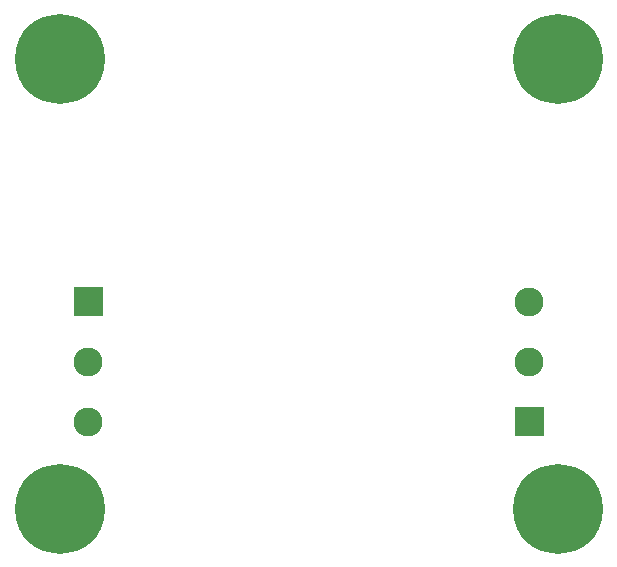
<source format=gbr>
G04 start of page 7 for group -4062 idx -4062 *
G04 Title: (unknown), soldermask *
G04 Creator: pcb 20140316 *
G04 CreationDate: Thu 02 Jul 2020 08:37:42 PM GMT UTC *
G04 For: railfan *
G04 Format: Gerber/RS-274X *
G04 PCB-Dimensions (mil): 2000.00 1840.00 *
G04 PCB-Coordinate-Origin: lower left *
%MOIN*%
%FSLAX25Y25*%
%LNBOTTOMMASK*%
%ADD60C,0.0960*%
%ADD59C,0.2997*%
%ADD58C,0.0001*%
G54D58*G36*
X21700Y90800D02*Y81200D01*
X31300D01*
Y90800D01*
X21700D01*
G37*
G54D59*X17000Y167000D03*
G54D58*G36*
X168700Y50800D02*Y41200D01*
X178300D01*
Y50800D01*
X168700D01*
G37*
G54D60*X173500Y66000D03*
Y86000D03*
G54D59*X17000Y17000D03*
G54D60*X26500Y66000D03*
Y46000D03*
G54D59*X183000Y167000D03*
Y17000D03*
M02*

</source>
